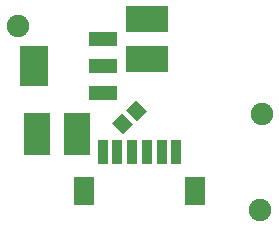
<source format=gbr>
G04 #@! TF.FileFunction,Soldermask,Bot*
%FSLAX46Y46*%
G04 Gerber Fmt 4.6, Leading zero omitted, Abs format (unit mm)*
G04 Created by KiCad (PCBNEW 4.0.3+e1-6302~38~ubuntu16.04.1-stable) date Sun Aug 14 03:32:14 2016*
%MOMM*%
%LPD*%
G01*
G04 APERTURE LIST*
%ADD10C,0.100000*%
%ADD11R,2.300000X3.550000*%
%ADD12R,3.550000X2.300000*%
%ADD13C,1.900000*%
%ADD14R,2.375000X1.150000*%
%ADD15R,2.375000X3.450000*%
%ADD16R,0.900000X2.000000*%
%ADD17R,1.800000X2.400000*%
G04 APERTURE END LIST*
D10*
D11*
X139800000Y-109200000D03*
X143200000Y-109200000D03*
D12*
X149100000Y-102900000D03*
X149100000Y-99500000D03*
D10*
G36*
X146200077Y-108330684D02*
X147030928Y-107499833D01*
X147950167Y-108419072D01*
X147119316Y-109249923D01*
X146200077Y-108330684D01*
X146200077Y-108330684D01*
G37*
G36*
X147349833Y-107180928D02*
X148180684Y-106350077D01*
X149099923Y-107269316D01*
X148269072Y-108100167D01*
X147349833Y-107180928D01*
X147349833Y-107180928D01*
G37*
D13*
X138200000Y-100100000D03*
X158700000Y-115700000D03*
X158850000Y-107550000D03*
D14*
X145412000Y-101200000D03*
X145412000Y-103500000D03*
X145412000Y-105800000D03*
D15*
X139588000Y-103500000D03*
D16*
X145376100Y-110800000D03*
X146626100Y-110800000D03*
X147876100Y-110800000D03*
X149126100Y-110800000D03*
X150376100Y-110800000D03*
X151626100Y-110800000D03*
D17*
X143826100Y-114100000D03*
X153176100Y-114100000D03*
M02*

</source>
